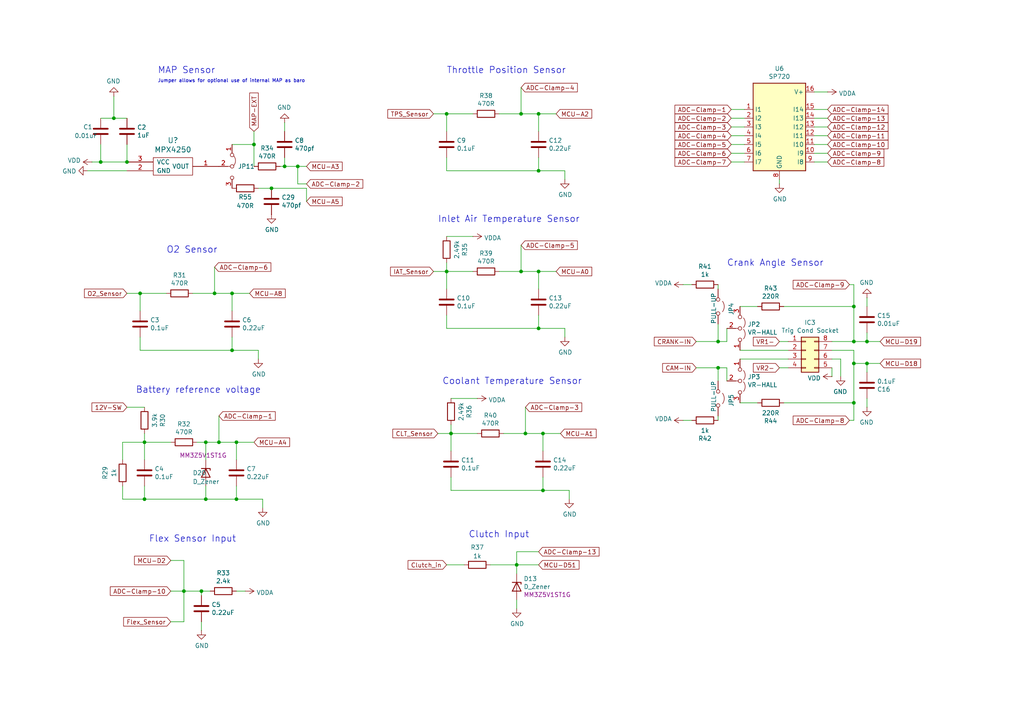
<source format=kicad_sch>
(kicad_sch (version 20250114) (generator "eeschema") (generator_version "9.0")
  (paper "A4")
  (title_block (title "0.4") (date "2021-03-27") (rev "4d") (company "Speeduino"))
  (lib_symbols
    (symbol "Connector_Generic:Conn_02x04_Counter_Clockwise" (pin_names (offset 1.016) (hide yes))
      (property "Reference" "J" (at 1.27 5.08 0))
      (property "Value" "Conn_02x04_Counter_Clockwise" (at 1.27 -7.62 0))
      (symbol "Conn_02x04_Counter_Clockwise_1_1"
        (pin passive line (at -5.08 2.54 0) (length 3.81) (name "Pin_1") (number "1"))
        (pin passive line (at -5.08 0 0) (length 3.81) (name "Pin_2") (number "2"))
        (pin passive line (at -5.08 -2.54 0) (length 3.81) (name "Pin_3") (number "3"))
        (pin passive line (at -5.08 -5.08 0) (length 3.81) (name "Pin_4") (number "4"))
        (pin passive line (at 7.62 2.54 180) (length 3.81) (name "Pin_8") (number "8"))
        (pin passive line (at 7.62 0 180) (length 3.81) (name "Pin_7") (number "7"))
        (pin passive line (at 7.62 -2.54 180) (length 3.81) (name "Pin_6") (number "6"))
        (pin passive line (at 7.62 -5.08 180) (length 3.81) (name "Pin_5") (number "5"))
      )
    )
    (symbol "Device:C" (pin_numbers (hide yes)) (pin_names (offset 0.254))
      (property "Reference" "C" (at 0.635 2.54 0))
      (property "Value" "C" (at 0.635 -2.54 0))
      (symbol "C_1_1"
        (pin passive line (at 0 3.81 270) (length 2.794) (name "~") (number "1"))
        (pin passive line (at 0 -3.81 90) (length 2.794) (name "~") (number "2"))
      )
    )
    (symbol "Device:D_Zener" (pin_numbers (hide yes)) (pin_names (offset 1.016) (hide yes))
      (property "Reference" "D" (at 0 2.54 0))
      (property "Value" "D_Zener" (at 0 -2.54 0))
      (symbol "D_Zener_1_1"
        (pin passive line (at -3.81 0 0) (length 2.54) (name "K") (number "1"))
        (pin passive line (at 3.81 0 180) (length 2.54) (name "A") (number "2"))
      )
    )
    (symbol "Device:R" (pin_numbers (hide yes)) (pin_names (offset 0))
      (property "Reference" "R" (at 2.032 0 90))
      (property "Value" "R" (at 0 0 90))
      (symbol "R_1_1"
        (pin passive line (at 0 3.81 270) (length 1.27) (name "~") (number "1"))
        (pin passive line (at 0 -3.81 90) (length 1.27) (name "~") (number "2"))
      )
    )
    (symbol "Jumper:Jumper_2_Open" (pin_numbers (hide yes)) (pin_names (offset 0) (hide yes))
      (property "Reference" "JP" (at 0 2.794 0))
      (property "Value" "Jumper_2_Open" (at 0 -2.286 0))
      (symbol "Jumper_2_Open_1_1"
        (pin passive line (at -5.08 0 0) (length 2.54) (name "A") (number "1"))
        (pin passive line (at 5.08 0 180) (length 2.54) (name "B") (number "2"))
      )
    )
    (symbol "Jumper:Jumper_3_Bridged12" (pin_names (offset 0) (hide yes)) (in_bom no)
      (property "Reference" "JP" (at -2.54 -2.54 0))
      (property "Value" "Jumper_3_Bridged12" (at 0 2.794 0))
      (symbol "Jumper_3_Bridged12_1_1"
        (pin passive line (at -6.35 0 0) (length 2.54) (name "A") (number "1"))
        (pin passive line (at 0 -3.81 90) (length 2.54) (name "C") (number "2"))
        (pin passive line (at 6.35 0 180) (length 2.54) (name "B") (number "3"))
      )
    )
    (symbol "Jumper:Jumper_3_Open" (pin_names (offset 0) (hide yes)) (in_bom no)
      (property "Reference" "JP" (at -2.54 -2.54 0))
      (property "Value" "Jumper_3_Open" (at 0 2.794 0))
      (symbol "Jumper_3_Open_1_1"
        (pin passive line (at -6.35 0 0) (length 2.54) (name "A") (number "1"))
        (pin passive line (at 0 -3.81 90) (length 2.54) (name "C") (number "2"))
        (pin passive line (at 6.35 0 180) (length 2.54) (name "B") (number "3"))
      )
    )
    (symbol "power:GND" (power) (pin_numbers (hide yes)) (pin_names (offset 0) (hide yes))
      (property "Value" "GND" (at 0 -3.81 0))
      (symbol "GND_1_1"
        (pin power_in line (at 0 0 270) (length 0) (name "~") (number "1"))
      )
    )
    (symbol "power:VDD" (power) (pin_numbers (hide yes)) (pin_names (offset 0) (hide yes))
      (property "Value" "VDD" (at 0 3.556 0))
      (symbol "VDD_1_1"
        (pin power_in line (at 0 0 90) (length 0) (name "~") (number "1"))
      )
    )
    (symbol "power:VDDA" (power) (pin_numbers (hide yes)) (pin_names (offset 0) (hide yes))
      (property "Value" "VDDA" (at 0 3.556 0))
      (symbol "VDDA_1_1"
        (pin power_in line (at 0 0 90) (length 0) (name "~") (number "1"))
      )
    )
    (symbol "v0.4.4c-rescue:MPX4250-Misc" (pin_names (offset 1.016))
      (property "Reference" "U" (at 3.81 -3.81 0))
      (property "Value" "v0.4.4c-rescue_MPX4250-Misc" (at -1.27 3.81 0))
      (symbol "MPX4250-Misc_1_1"
        (pin power_in line (at -13.97 1.27 0) (length 7.62) (name "VCC") (number "3"))
        (pin power_in line (at -13.97 -1.27 0) (length 7.62) (name "GND") (number "2"))
        (pin output line (at 12.7 0 180) (length 7.62) (name "VOUT") (number "1"))
      )
    )
    (symbol "v0.4.4c-rescue:SP720-IC_Automotive"
      (property "Reference" "U" (at 0 15.875 0))
      (property "Value" "v0.4.4c-rescue_SP720-IC_Automotive" (at 0 13.97 0))
      (symbol "SP720-IC_Automotive_1_1"
        (pin input line (at -10.16 5.08 0) (length 2.54) (name "I1") (number "1"))
        (pin input line (at -10.16 2.54 0) (length 2.54) (name "I2") (number "2"))
        (pin input line (at -10.16 0 0) (length 2.54) (name "I3") (number "3"))
        (pin input line (at -10.16 -2.54 0) (length 2.54) (name "I4") (number "4"))
        (pin input line (at -10.16 -5.08 0) (length 2.54) (name "I5") (number "5"))
        (pin input line (at -10.16 -7.62 0) (length 2.54) (name "I6") (number "6"))
        (pin input line (at -10.16 -10.16 0) (length 2.54) (name "I7") (number "7"))
        (pin power_in line (at 0 -15.24 90) (length 2.54) (name "GND") (number "8"))
        (pin power_in line (at 10.16 10.16 180) (length 2.54) (name "V+") (number "16"))
        (pin input line (at 10.16 5.08 180) (length 2.54) (name "I14") (number "15"))
        (pin open_collector line (at 10.16 2.54 180) (length 2.54) (name "I13") (number "14"))
        (pin input line (at 10.16 0 180) (length 2.54) (name "I12") (number "13"))
        (pin input line (at 10.16 -2.54 180) (length 2.54) (name "I11") (number "12"))
        (pin input line (at 10.16 -5.08 180) (length 2.54) (name "I10") (number "11"))
        (pin input line (at 10.16 -7.62 180) (length 2.54) (name "I9") (number "10"))
        (pin input line (at 10.16 -10.16 180) (length 2.54) (name "I8") (number "9"))
      )
    )
  )
  (text "Battery reference voltage" (at 39.37 114.3 0) (effects (font (size 1.8796 1.8796)) (justify left bottom)))
  (text "Inlet Air Temperature Sensor" (at 127 64.77 0) (effects (font (size 1.8796 1.8796)) (justify left bottom)))
  (text "O2 Sensor" (at 48.26 73.66 0) (effects (font (size 1.8796 1.8796)) (justify left bottom)))
  (text "Flex Sensor Input" (at 43.18 157.48 0) (effects (font (size 1.8796 1.8796)) (justify left bottom)))
  (text "Throttle Position Sensor" (at 129.54 21.59 0) (effects (font (size 1.8796 1.8796)) (justify left bottom)))
  (text "MAP Sensor" (at 45.72 21.59 0) (effects (font (size 1.8796 1.8796)) (justify left bottom)))
  (text "Jumper allows for optional use of internal MAP as baro" (at 45.72 24.13 0) (effects (font (size 0.9906 0.9906)) (justify left bottom)))
  (text "Coolant Temperature Sensor" (at 128.27 111.76 0) (effects (font (size 1.8796 1.8796)) (justify left bottom)))
  (text "Clutch Input" (at 135.89 156.21 0) (effects (font (size 1.8796 1.8796)) (justify left bottom)))
  (text "Crank Angle Sensor" (at 210.82 77.47 0) (effects (font (size 1.8796 1.8796)) (justify left bottom)))
  (junction (at 82.55 48.26))
  (junction (at 208.28 106.68))
  (junction (at 247.65 99.06))
  (junction (at 33.02 34.29))
  (junction (at 149.86 163.83))
  (junction (at 67.31 101.6))
  (junction (at 251.46 99.06))
  (junction (at 29.21 46.99))
  (junction (at 59.69 144.78))
  (junction (at 156.21 78.74))
  (junction (at 156.21 49.53))
  (junction (at 247.65 116.84))
  (junction (at 41.91 144.78))
  (junction (at 36.83 46.99))
  (junction (at 156.21 95.25))
  (junction (at 129.54 33.02))
  (junction (at 129.54 78.74))
  (junction (at 68.58 144.78))
  (junction (at 247.65 88.9))
  (junction (at 62.23 85.09))
  (junction (at 59.69 128.27))
  (junction (at 151.13 78.74))
  (junction (at 58.42 171.45))
  (junction (at 41.91 128.27))
  (junction (at 68.58 128.27))
  (junction (at 73.66 41.91))
  (junction (at 251.46 105.41))
  (junction (at 78.74 54.61))
  (junction (at 130.81 125.73))
  (junction (at 247.65 105.41))
  (junction (at 208.28 99.06))
  (junction (at 67.31 85.09))
  (junction (at 156.21 33.02))
  (junction (at 86.36 48.26))
  (junction (at 40.64 85.09))
  (junction (at 63.5 128.27))
  (junction (at 152.4 125.73))
  (junction (at 157.48 125.73))
  (junction (at 53.34 171.45))
  (junction (at 151.13 33.02))
  (junction (at 157.48 142.24))
  (wire (pts (xy 156.21 160.02) (xy 149.86 160.02)))
  (wire (pts (xy 60.96 171.45) (xy 58.42 171.45)))
  (wire (pts (xy 247.65 105.41) (xy 247.65 101.6)))
  (wire (pts (xy 25.4 49.53) (xy 36.83 49.53)))
  (wire (pts (xy 144.78 33.02) (xy 151.13 33.02)))
  (wire (pts (xy 251.46 99.06) (xy 251.46 96.52)))
  (wire (pts (xy 35.56 133.35) (xy 35.56 128.27)))
  (wire (pts (xy 227.33 88.9) (xy 247.65 88.9)))
  (wire (pts (xy 161.29 33.02) (xy 156.21 33.02)))
  (wire (pts (xy 247.65 116.84) (xy 247.65 105.41)))
  (wire (pts (xy 40.64 101.6) (xy 67.31 101.6)))
  (wire (pts (xy 129.54 38.1) (xy 129.54 33.02)))
  (wire (pts (xy 26.67 46.99) (xy 29.21 46.99)))
  (wire (pts (xy 35.56 144.78) (xy 41.91 144.78)))
  (wire (pts (xy 226.06 106.68) (xy 228.6 106.68)))
  (wire (pts (xy 130.81 123.19) (xy 130.81 125.73)))
  (wire (pts (xy 58.42 182.88) (xy 58.42 180.34)))
  (wire (pts (xy 129.54 76.2) (xy 129.54 78.74)))
  (wire (pts (xy 36.83 118.11) (xy 41.91 118.11)))
  (wire (pts (xy 151.13 78.74) (xy 156.21 78.74)))
  (wire (pts (xy 137.16 68.58) (xy 129.54 68.58)))
  (wire (pts (xy 255.27 99.06) (xy 251.46 99.06)))
  (wire (pts (xy 236.22 34.29) (xy 240.03 34.29)))
  (wire (pts (xy 73.66 41.91) (xy 73.66 48.26)))
  (wire (pts (xy 53.34 162.56) (xy 53.34 171.45)))
  (wire (pts (xy 129.54 45.72) (xy 129.54 49.53)))
  (wire (pts (xy 86.36 48.26) (xy 88.9 48.26)))
  (wire (pts (xy 247.65 82.55) (xy 247.65 88.9)))
  (wire (pts (xy 227.33 116.84) (xy 247.65 116.84)))
  (wire (pts (xy 212.09 41.91) (xy 215.9 41.91)))
  (wire (pts (xy 210.82 99.06) (xy 210.82 95.25)))
  (wire (pts (xy 241.3 106.68) (xy 241.3 109.22)))
  (wire (pts (xy 219.71 116.84) (xy 214.63 116.84)))
  (wire (pts (xy 130.81 125.73) (xy 138.43 125.73)))
  (wire (pts (xy 215.9 39.37) (xy 212.09 39.37)))
  (wire (pts (xy 33.02 34.29) (xy 33.02 27.94)))
  (wire (pts (xy 156.21 95.25) (xy 163.83 95.25)))
  (wire (pts (xy 68.58 171.45) (xy 71.12 171.45)))
  (wire (pts (xy 40.64 97.79) (xy 40.64 101.6)))
  (wire (pts (xy 146.05 125.73) (xy 152.4 125.73)))
  (wire (pts (xy 251.46 86.36) (xy 251.46 88.9)))
  (wire (pts (xy 156.21 49.53) (xy 163.83 49.53)))
  (wire (pts (xy 62.23 85.09) (xy 67.31 85.09)))
  (wire (pts (xy 86.36 53.34) (xy 86.36 48.26)))
  (wire (pts (xy 129.54 83.82) (xy 129.54 78.74)))
  (wire (pts (xy 208.28 110.49) (xy 208.28 106.68)))
  (wire (pts (xy 201.93 106.68) (xy 208.28 106.68)))
  (wire (pts (xy 127 125.73) (xy 130.81 125.73)))
  (wire (pts (xy 152.4 125.73) (xy 157.48 125.73)))
  (wire (pts (xy 240.03 31.75) (xy 236.22 31.75)))
  (wire (pts (xy 151.13 33.02) (xy 156.21 33.02)))
  (wire (pts (xy 163.83 95.25) (xy 163.83 97.79)))
  (wire (pts (xy 82.55 48.26) (xy 86.36 48.26)))
  (wire (pts (xy 161.29 78.74) (xy 156.21 78.74)))
  (wire (pts (xy 214.63 104.14) (xy 228.6 104.14)))
  (wire (pts (xy 236.22 44.45) (xy 240.03 44.45)))
  (wire (pts (xy 149.86 166.37) (xy 149.86 163.83)))
  (wire (pts (xy 142.24 163.83) (xy 149.86 163.83)))
  (wire (pts (xy 68.58 144.78) (xy 76.2 144.78)))
  (wire (pts (xy 130.81 130.81) (xy 130.81 125.73)))
  (wire (pts (xy 208.28 93.98) (xy 208.28 99.06)))
  (wire (pts (xy 41.91 133.35) (xy 41.91 128.27)))
  (wire (pts (xy 130.81 142.24) (xy 157.48 142.24)))
  (wire (pts (xy 215.9 34.29) (xy 212.09 34.29)))
  (wire (pts (xy 149.86 176.53) (xy 149.86 173.99)))
  (wire (pts (xy 41.91 140.97) (xy 41.91 144.78)))
  (wire (pts (xy 240.03 46.99) (xy 236.22 46.99)))
  (wire (pts (xy 35.56 128.27) (xy 41.91 128.27)))
  (wire (pts (xy 214.63 88.9) (xy 219.71 88.9)))
  (wire (pts (xy 76.2 144.78) (xy 76.2 147.32)))
  (wire (pts (xy 241.3 104.14) (xy 243.84 104.14)))
  (wire (pts (xy 36.83 46.99) (xy 36.83 41.91)))
  (wire (pts (xy 40.64 90.17) (xy 40.64 85.09)))
  (wire (pts (xy 73.66 128.27) (xy 68.58 128.27)))
  (wire (pts (xy 138.43 115.57) (xy 130.81 115.57)))
  (wire (pts (xy 57.15 128.27) (xy 59.69 128.27)))
  (wire (pts (xy 59.69 128.27) (xy 63.5 128.27)))
  (wire (pts (xy 36.83 85.09) (xy 40.64 85.09)))
  (wire (pts (xy 156.21 33.02) (xy 156.21 38.1)))
  (wire (pts (xy 129.54 33.02) (xy 137.16 33.02)))
  (wire (pts (xy 29.21 34.29) (xy 33.02 34.29)))
  (wire (pts (xy 255.27 105.41) (xy 251.46 105.41)))
  (wire (pts (xy 152.4 118.11) (xy 152.4 125.73)))
  (wire (pts (xy 236.22 39.37) (xy 240.03 39.37)))
  (wire (pts (xy 156.21 91.44) (xy 156.21 95.25)))
  (wire (pts (xy 33.02 34.29) (xy 36.83 34.29)))
  (wire (pts (xy 208.28 99.06) (xy 210.82 99.06)))
  (wire (pts (xy 67.31 101.6) (xy 74.93 101.6)))
  (wire (pts (xy 59.69 140.97) (xy 59.69 144.78)))
  (wire (pts (xy 156.21 45.72) (xy 156.21 49.53)))
  (wire (pts (xy 247.65 101.6) (xy 241.3 101.6)))
  (wire (pts (xy 246.38 82.55) (xy 247.65 82.55)))
  (wire (pts (xy 59.69 133.35) (xy 59.69 128.27)))
  (wire (pts (xy 41.91 144.78) (xy 59.69 144.78)))
  (wire (pts (xy 198.12 82.55) (xy 200.66 82.55)))
  (wire (pts (xy 247.65 99.06) (xy 251.46 99.06)))
  (wire (pts (xy 149.86 163.83) (xy 156.21 163.83)))
  (wire (pts (xy 67.31 97.79) (xy 67.31 101.6)))
  (wire (pts (xy 246.38 121.92) (xy 247.65 121.92)))
  (wire (pts (xy 62.23 77.47) (xy 62.23 85.09)))
  (wire (pts (xy 208.28 120.65) (xy 208.28 121.92)))
  (wire (pts (xy 35.56 140.97) (xy 35.56 144.78)))
  (wire (pts (xy 63.5 128.27) (xy 68.58 128.27)))
  (wire (pts (xy 212.09 31.75) (xy 215.9 31.75)))
  (wire (pts (xy 55.88 85.09) (xy 62.23 85.09)))
  (wire (pts (xy 29.21 46.99) (xy 29.21 41.91)))
  (wire (pts (xy 67.31 41.91) (xy 73.66 41.91)))
  (wire (pts (xy 58.42 171.45) (xy 53.34 171.45)))
  (wire (pts (xy 247.65 88.9) (xy 247.65 99.06)))
  (wire (pts (xy 208.28 106.68) (xy 210.82 106.68)))
  (wire (pts (xy 251.46 105.41) (xy 251.46 107.95)))
  (wire (pts (xy 149.86 160.02) (xy 149.86 163.83)))
  (wire (pts (xy 74.93 54.61) (xy 78.74 54.61)))
  (wire (pts (xy 144.78 78.74) (xy 151.13 78.74)))
  (wire (pts (xy 88.9 58.42) (xy 88.9 54.61)))
  (wire (pts (xy 214.63 101.6) (xy 228.6 101.6)))
  (wire (pts (xy 41.91 125.73) (xy 41.91 128.27)))
  (wire (pts (xy 68.58 140.97) (xy 68.58 144.78)))
  (wire (pts (xy 125.73 33.02) (xy 129.54 33.02)))
  (wire (pts (xy 198.12 121.92) (xy 200.66 121.92)))
  (wire (pts (xy 82.55 38.1) (xy 82.55 35.56)))
  (wire (pts (xy 240.03 41.91) (xy 236.22 41.91)))
  (wire (pts (xy 210.82 106.68) (xy 210.82 110.49)))
  (wire (pts (xy 240.03 36.83) (xy 236.22 36.83)))
  (wire (pts (xy 151.13 71.12) (xy 151.13 78.74)))
  (wire (pts (xy 74.93 101.6) (xy 74.93 104.14)))
  (wire (pts (xy 88.9 54.61) (xy 78.74 54.61)))
  (wire (pts (xy 129.54 78.74) (xy 137.16 78.74)))
  (wire (pts (xy 165.1 142.24) (xy 165.1 144.78)))
  (wire (pts (xy 130.81 138.43) (xy 130.81 142.24)))
  (wire (pts (xy 129.54 91.44) (xy 129.54 95.25)))
  (wire (pts (xy 129.54 163.83) (xy 134.62 163.83)))
  (wire (pts (xy 215.9 44.45) (xy 212.09 44.45)))
  (wire (pts (xy 157.48 142.24) (xy 165.1 142.24)))
  (wire (pts (xy 72.39 85.09) (xy 67.31 85.09)))
  (wire (pts (xy 81.28 48.26) (xy 82.55 48.26)))
  (wire (pts (xy 201.93 99.06) (xy 208.28 99.06)))
  (wire (pts (xy 29.21 46.99) (xy 36.83 46.99)))
  (wire (pts (xy 40.64 85.09) (xy 48.26 85.09)))
  (wire (pts (xy 226.06 99.06) (xy 228.6 99.06)))
  (wire (pts (xy 157.48 125.73) (xy 157.48 130.81)))
  (wire (pts (xy 129.54 49.53) (xy 156.21 49.53)))
  (wire (pts (xy 247.65 121.92) (xy 247.65 116.84)))
  (wire (pts (xy 247.65 105.41) (xy 251.46 105.41)))
  (wire (pts (xy 212.09 36.83) (xy 215.9 36.83)))
  (wire (pts (xy 73.66 38.1) (xy 73.66 41.91)))
  (wire (pts (xy 41.91 128.27) (xy 49.53 128.27)))
  (wire (pts (xy 226.06 53.34) (xy 226.06 52.07)))
  (wire (pts (xy 157.48 138.43) (xy 157.48 142.24)))
  (wire (pts (xy 68.58 128.27) (xy 68.58 133.35)))
  (wire (pts (xy 125.73 78.74) (xy 129.54 78.74)))
  (wire (pts (xy 49.53 180.34) (xy 53.34 180.34)))
  (wire (pts (xy 63.5 120.65) (xy 63.5 128.27)))
  (wire (pts (xy 251.46 118.11) (xy 251.46 115.57)))
  (wire (pts (xy 82.55 48.26) (xy 82.55 45.72)))
  (wire (pts (xy 53.34 180.34) (xy 53.34 171.45)))
  (wire (pts (xy 49.53 162.56) (xy 53.34 162.56)))
  (wire (pts (xy 162.56 125.73) (xy 157.48 125.73)))
  (wire (pts (xy 241.3 99.06) (xy 247.65 99.06)))
  (wire (pts (xy 243.84 104.14) (xy 243.84 109.22)))
  (wire (pts (xy 88.9 53.34) (xy 86.36 53.34)))
  (wire (pts (xy 67.31 85.09) (xy 67.31 90.17)))
  (wire (pts (xy 240.03 26.67) (xy 236.22 26.67)))
  (wire (pts (xy 156.21 78.74) (xy 156.21 83.82)))
  (wire (pts (xy 58.42 172.72) (xy 58.42 171.45)))
  (wire (pts (xy 129.54 95.25) (xy 156.21 95.25)))
  (wire (pts (xy 163.83 49.53) (xy 163.83 52.07)))
  (wire (pts (xy 212.09 46.99) (xy 215.9 46.99)))
  (wire (pts (xy 151.13 25.4) (xy 151.13 33.02)))
  (wire (pts (xy 53.34 171.45) (xy 49.53 171.45)))
  (wire (pts (xy 59.69 144.78) (xy 68.58 144.78)))
  (wire (pts (xy 208.28 82.55) (xy 208.28 83.82)))
  (global_label "ADC-Clamp-2" (shape input) (at 212.09 34.29 180) (property "Intersheetrefs" "${INTERSHEET_REFS}" (effects (hide yes))))
  (global_label "ADC-Clamp-1" (shape input) (at 63.5 120.65 0) (property "Intersheetrefs" "${INTERSHEET_REFS}" (effects (hide yes))))
  (global_label "MCU-A3" (shape input) (at 88.9 48.26 0) (property "Intersheetrefs" "${INTERSHEET_REFS}" (effects (hide yes))))
  (global_label "ADC-Clamp-9" (shape input) (at 240.03 44.45 0) (property "Intersheetrefs" "${INTERSHEET_REFS}" (effects (hide yes))))
  (global_label "CAM-IN" (shape input) (at 201.93 106.68 180) (property "Intersheetrefs" "${INTERSHEET_REFS}" (effects (hide yes))))
  (global_label "VR1-" (shape input) (at 226.06 99.06 180) (property "Intersheetrefs" "${INTERSHEET_REFS}" (effects (hide yes))))
  (global_label "ADC-Clamp-6" (shape input) (at 62.23 77.47 0) (property "Intersheetrefs" "${INTERSHEET_REFS}" (effects (hide yes))))
  (global_label "MCU-D2" (shape input) (at 49.53 162.56 180) (property "Intersheetrefs" "${INTERSHEET_REFS}" (effects (hide yes))))
  (global_label "MCU-A4" (shape input) (at 73.66 128.27 0) (property "Intersheetrefs" "${INTERSHEET_REFS}" (effects (hide yes))))
  (global_label "ADC-Clamp-14" (shape input) (at 240.03 31.75 0) (property "Intersheetrefs" "${INTERSHEET_REFS}" (effects (hide yes))))
  (global_label "MCU-D19" (shape input) (at 255.27 99.06 0) (property "Intersheetrefs" "${INTERSHEET_REFS}" (effects (hide yes))))
  (global_label "ADC-Clamp-7" (shape input) (at 212.09 46.99 180) (property "Intersheetrefs" "${INTERSHEET_REFS}" (effects (hide yes))))
  (global_label "MCU-A1" (shape input) (at 162.56 125.73 0) (property "Intersheetrefs" "${INTERSHEET_REFS}" (effects (hide yes))))
  (global_label "ADC-Clamp-10" (shape input) (at 240.03 41.91 0) (property "Intersheetrefs" "${INTERSHEET_REFS}" (effects (hide yes))))
  (global_label "VR2-" (shape input) (at 226.06 106.68 180) (property "Intersheetrefs" "${INTERSHEET_REFS}" (effects (hide yes))))
  (global_label "ADC-Clamp-3" (shape input) (at 152.4 118.11 0) (property "Intersheetrefs" "${INTERSHEET_REFS}" (effects (hide yes))))
  (global_label "ADC-Clamp-4" (shape input) (at 151.13 25.4 0) (property "Intersheetrefs" "${INTERSHEET_REFS}" (effects (hide yes))))
  (global_label "ADC-Clamp-8" (shape input) (at 246.38 121.92 180) (property "Intersheetrefs" "${INTERSHEET_REFS}" (effects (hide yes))))
  (global_label "ADC-Clamp-13" (shape input) (at 156.21 160.02 0) (property "Intersheetrefs" "${INTERSHEET_REFS}" (effects (hide yes))))
  (global_label "MCU-D18" (shape input) (at 255.27 105.41 0) (property "Intersheetrefs" "${INTERSHEET_REFS}" (effects (hide yes))))
  (global_label "Clutch_in" (shape input) (at 129.54 163.83 180) (property "Intersheetrefs" "${INTERSHEET_REFS}" (effects (hide yes))))
  (global_label "CRANK-IN" (shape input) (at 201.93 99.06 180) (property "Intersheetrefs" "${INTERSHEET_REFS}" (effects (hide yes))))
  (global_label "ADC-Clamp-8" (shape input) (at 240.03 46.99 0) (property "Intersheetrefs" "${INTERSHEET_REFS}" (effects (hide yes))))
  (global_label "IAT_Sensor" (shape input) (at 125.73 78.74 180) (property "Intersheetrefs" "${INTERSHEET_REFS}" (effects (hide yes))))
  (global_label "ADC-Clamp-4" (shape input) (at 212.09 39.37 180) (property "Intersheetrefs" "${INTERSHEET_REFS}" (effects (hide yes))))
  (global_label "ADC-Clamp-6" (shape input) (at 212.09 44.45 180) (property "Intersheetrefs" "${INTERSHEET_REFS}" (effects (hide yes))))
  (global_label "ADC-Clamp-12" (shape input) (at 240.03 36.83 0) (property "Intersheetrefs" "${INTERSHEET_REFS}" (effects (hide yes))))
  (global_label "MCU-A0" (shape input) (at 161.29 78.74 0) (property "Intersheetrefs" "${INTERSHEET_REFS}" (effects (hide yes))))
  (global_label "CLT_Sensor" (shape input) (at 127 125.73 180) (property "Intersheetrefs" "${INTERSHEET_REFS}" (effects (hide yes))))
  (global_label "MCU-A8" (shape input) (at 72.39 85.09 0) (property "Intersheetrefs" "${INTERSHEET_REFS}" (effects (hide yes))))
  (global_label "ADC-Clamp-5" (shape input) (at 151.13 71.12 0) (property "Intersheetrefs" "${INTERSHEET_REFS}" (effects (hide yes))))
  (global_label "MCU-D51" (shape input) (at 156.21 163.83 0) (property "Intersheetrefs" "${INTERSHEET_REFS}" (effects (hide yes))))
  (global_label "ADC-Clamp-2" (shape input) (at 88.9 53.34 0) (property "Intersheetrefs" "${INTERSHEET_REFS}" (effects (hide yes))))
  (global_label "ADC-Clamp-1" (shape input) (at 212.09 31.75 180) (property "Intersheetrefs" "${INTERSHEET_REFS}" (effects (hide yes))))
  (global_label "O2_Sensor" (shape input) (at 36.83 85.09 180) (property "Intersheetrefs" "${INTERSHEET_REFS}" (effects (hide yes))))
  (global_label "ADC-Clamp-3" (shape input) (at 212.09 36.83 180) (property "Intersheetrefs" "${INTERSHEET_REFS}" (effects (hide yes))))
  (global_label "ADC-Clamp-10" (shape input) (at 49.53 171.45 180) (property "Intersheetrefs" "${INTERSHEET_REFS}" (effects (hide yes))))
  (global_label "MAP-EXT" (shape input) (at 73.66 38.1 90) (property "Intersheetrefs" "${INTERSHEET_REFS}" (effects (hide yes))))
  (global_label "12V-SW" (shape input) (at 36.83 118.11 180) (property "Intersheetrefs" "${INTERSHEET_REFS}" (effects (hide yes))))
  (global_label "ADC-Clamp-11" (shape input) (at 240.03 39.37 0) (property "Intersheetrefs" "${INTERSHEET_REFS}" (effects (hide yes))))
  (global_label "TPS_Sensor" (shape input) (at 125.73 33.02 180) (property "Intersheetrefs" "${INTERSHEET_REFS}" (effects (hide yes))))
  (global_label "MCU-A5" (shape input) (at 88.9 58.42 0) (property "Intersheetrefs" "${INTERSHEET_REFS}" (effects (hide yes))))
  (global_label "ADC-Clamp-9" (shape input) (at 246.38 82.55 180) (property "Intersheetrefs" "${INTERSHEET_REFS}" (effects (hide yes))))
  (global_label "ADC-Clamp-13" (shape input) (at 240.03 34.29 0) (property "Intersheetrefs" "${INTERSHEET_REFS}" (effects (hide yes))))
  (global_label "Flex_Sensor" (shape input) (at 49.53 180.34 180) (property "Intersheetrefs" "${INTERSHEET_REFS}" (effects (hide yes))))
  (global_label "ADC-Clamp-5" (shape input) (at 212.09 41.91 180) (property "Intersheetrefs" "${INTERSHEET_REFS}" (effects (hide yes))))
  (global_label "MCU-A2" (shape input) (at 161.29 33.02 0) (property "Intersheetrefs" "${INTERSHEET_REFS}" (effects (hide yes))))
  (symbol (lib_id "v0.4.4c-rescue:MPX4250-Misc") (at 50.8 48.26 0) (unit 1)
    (property "Reference" "U5" (at 50.165 40.7162 0) (effects (font (size 1.524 1.524))))
    (property "Value" "MPX4250" (at 50.165 43.4086 0) (effects (font (size 1.524 1.524))))
    (property "Footprint" "Misc:MPX4250" (effects (hide yes)))
    (property "Digikey Part Number" "MPX4250AP-ND" (effects (hide yes)))
    (property "Manufacturer_Name" "NXP" (effects (hide yes)))
    (property "Manufacturer_Part_Number" "MPX4250AP" (effects (hide yes)))
    (property "URL" "https://www.digikey.com.au/product-detail/en/nxp-usa-inc/MPX4250AP/MPX4250AP-ND/464053" (effects (hide yes)))
    (instances (project "" (path "" (reference "U?") (unit 1)) (path "" (reference "U5") (unit 1))))
  )
  (symbol (lib_id "power:GND") (at 25.4 49.53 270) (unit 1)
    (property "Reference" "#PWR023" (effects (hide yes)))
    (property "Value" "GND" (at 22.1488 49.657 90) (effects (justify right)))
  )
  (symbol (lib_id "power:GND") (at 82.55 35.56 180) (unit 1)
    (property "Reference" "#PWR029" (effects (hide yes)))
    (property "Value" "GND" (at 82.423 31.1658 0))
  )
  (symbol (lib_id "Device:C") (at 82.55 41.91 0) (unit 1)
    (property "Reference" "C8" (at 85.471 40.7416 0) (effects (justify left)))
    (property "Value" "470pf" (at 85.471 43.053 0) (effects (justify left)))
    (property "Footprint" "Capacitor_SMD:C_0805_2012Metric" (effects (hide yes)))
    (property "Digikey Part Number" "311-1124-1-ND" (effects (hide yes)))
    (property "Manufacturer_Name" "Yageo" (effects (hide yes)))
    (property "Manufacturer_Part_Number" "CC0805KRX7R9BB471" (effects (hide yes)))
    (property "URL" "https://www.digikey.com/product-detail/en/yageo/CC0805KRX7R9BB471/311-1124-1-ND/303034" (effects (hide yes)))
  )
  (symbol (lib_id "Device:R") (at 77.47 48.26 270) (unit 1)
    (property "Reference" "R34" (at 77.47 43.0022 90))
    (property "Value" "470R" (at 77.47 45.3136 90))
    (property "Footprint" "Resistor_SMD:R_0805_2012Metric" (effects (hide yes)))
    (property "Manufacturer_Name" "Panasonic" (effects (hide yes)))
    (property "Manufacturer_Part_Number" "ERJ-6ENF4700V" (effects (hide yes)))
    (property "URL" "https://www.digikey.com/product-detail/en/panasonic-electronic-components/ERJ-6ENF4700V/P470CCT-ND/1746871" (effects (hide yes)))
    (property "Digikey Part Number" "P470CCT-ND" (effects (hide yes)))
  )
  (symbol (lib_id "Device:C") (at 29.21 38.1 0) (unit 1)
    (property "Reference" "C1" (at 24.13 36.83 0) (effects (justify left)))
    (property "Value" "0.01uF" (at 21.59 39.37 0) (effects (justify left)))
    (property "Footprint" "Capacitor_SMD:C_0805_2012Metric" (effects (hide yes)))
    (property "Digikey Part Number" "311-1136-1-ND" (effects (hide yes)))
    (property "Manufacturer_Name" "Yageo" (effects (hide yes)))
    (property "Manufacturer_Part_Number" "CC0805KRX7R9BB103" (effects (hide yes)))
    (property "URL" "https://www.digikey.com/product-detail/en/yageo/CC0805KRX7R9BB103/311-1136-1-ND/303046" (effects (hide yes)))
  )
  (symbol (lib_id "Device:C") (at 36.83 38.1 0) (unit 1)
    (property "Reference" "C2" (at 39.751 36.9316 0) (effects (justify left)))
    (property "Value" "1uF" (at 39.751 39.243 0) (effects (justify left)))
    (property "Footprint" "Capacitor_SMD:C_0805_2012Metric" (effects (hide yes)))
    (property "Digikey Part Number" "311-1365-1-ND" (effects (hide yes)))
    (property "Manufacturer_Name" "Yageo" (effects (hide yes)))
    (property "Manufacturer_Part_Number" "CC0805KKX7R7BB105" (effects (hide yes)))
    (property "URL" "https://www.digikey.com/product-detail/en/yageo/CC0805KKX7R7BB105/311-1365-1-ND/2103149" (effects (hide yes)))
  )
  (symbol (lib_id "power:GND") (at 33.02 27.94 180) (unit 1)
    (property "Reference" "#PWR025" (effects (hide yes)))
    (property "Value" "GND" (at 32.893 23.5458 0))
  )
  (symbol (lib_id "Device:R") (at 223.52 88.9 270) (unit 1)
    (property "Reference" "R43" (at 223.52 83.6422 90))
    (property "Value" "220R" (at 223.52 85.9536 90))
    (property "Footprint" "Resistor_SMD:R_0805_2012Metric" (effects (hide yes)))
    (property "Digikey Part Number" "311-220CRCT-ND" (effects (hide yes)))
    (property "Manufacturer_Name" "Yageo" (effects (hide yes)))
    (property "Manufacturer_Part_Number" "RC0805FR-07220RL" (effects (hide yes)))
    (property "URL" "https://www.digikey.com/product-detail/en/yageo/RC0805FR-07220RL/311-220CRCT-ND/730688" (effects (hide yes)))
  )
  (symbol (lib_id "Device:R") (at 204.47 82.55 270) (unit 1)
    (property "Reference" "R41" (at 204.47 77.2922 90))
    (property "Value" "1k" (at 204.47 79.6036 90))
    (property "Footprint" "Resistor_SMD:R_0805_2012Metric" (effects (hide yes)))
    (property "Digikey Part Number" "311-1.00KCRCT-ND" (effects (hide yes)))
    (property "Manufacturer_Name" "Yageo" (effects (hide yes)))
    (property "Manufacturer_Part_Number" "RC0805FR-071KL" (effects (hide yes)))
    (property "URL" "https://www.digikey.com/product-detail/en/yageo/RC0805FR-071KL/311-1.00KCRCT-ND/730391" (effects (hide yes)))
  )
  (symbol (lib_id "Device:C") (at 251.46 92.71 0) (unit 1)
    (property "Reference" "C15" (at 254.381 91.5416 0) (effects (justify left)))
    (property "Value" "0.01uF" (at 254.381 93.853 0) (effects (justify left)))
    (property "Footprint" "Capacitor_SMD:C_0805_2012Metric" (effects (hide yes)))
    (property "Digikey Part Number" "311-1136-1-ND" (effects (hide yes)))
    (property "Manufacturer_Name" "Yageo" (effects (hide yes)))
    (property "Manufacturer_Part_Number" "CC0805KRX7R9BB103" (effects (hide yes)))
    (property "URL" "https://www.digikey.com/product-detail/en/yageo/CC0805KRX7R9BB103/311-1136-1-ND/303046" (effects (hide yes)))
  )
  (symbol (lib_id "power:GND") (at 251.46 86.36 180) (unit 1)
    (property "Reference" "#PWR040" (effects (hide yes)))
    (property "Value" "GND" (at 251.333 81.9658 0))
  )
  (symbol (lib_id "Device:R") (at 223.52 116.84 270) (mirror x) (unit 1)
    (property "Reference" "R44" (at 223.52 122.0978 90))
    (property "Value" "220R" (at 223.52 119.7864 90))
    (property "Footprint" "Resistor_SMD:R_0805_2012Metric" (effects (hide yes)))
    (property "Digikey Part Number" "311-220CRCT-ND" (effects (hide yes)))
    (property "Manufacturer_Name" "Yageo" (effects (hide yes)))
    (property "Manufacturer_Part_Number" "RC0805FR-07220RL" (effects (hide yes)))
    (property "URL" "https://www.digikey.com/product-detail/en/yageo/RC0805FR-07220RL/311-220CRCT-ND/730688" (effects (hide yes)))
  )
  (symbol (lib_id "Device:R") (at 204.47 121.92 270) (mirror x) (unit 1)
    (property "Reference" "R42" (at 204.47 127.1778 90))
    (property "Value" "1k" (at 204.47 124.8664 90))
    (property "Footprint" "Resistor_SMD:R_0805_2012Metric" (effects (hide yes)))
    (property "Digikey Part Number" "311-1.00KCRCT-ND" (effects (hide yes)))
    (property "Manufacturer_Name" "Yageo" (effects (hide yes)))
    (property "Manufacturer_Part_Number" "RC0805FR-071KL" (effects (hide yes)))
    (property "URL" "https://www.digikey.com/product-detail/en/yageo/RC0805FR-071KL/311-1.00KCRCT-ND/730391" (effects (hide yes)))
  )
  (symbol (lib_id "Device:C") (at 251.46 111.76 0) (mirror x) (unit 1)
    (property "Reference" "C16" (at 254.381 112.9284 0) (effects (justify left)))
    (property "Value" "0.1uF" (at 254.381 110.617 0) (effects (justify left)))
    (property "Footprint" "Capacitor_SMD:C_0805_2012Metric" (effects (hide yes)))
    (property "Digikey Part Number" "311-1140-1-ND" (effects (hide yes)))
    (property "Manufacturer_Name" "Yageo" (effects (hide yes)))
    (property "Manufacturer_Part_Number" "CC0805KRX7R9BB104" (effects (hide yes)))
    (property "URL" "https://www.digikey.com.au/product-detail/en/yageo/CC0805KRX7R9BB104/311-1140-1-ND/303050" (effects (hide yes)))
  )
  (symbol (lib_id "power:GND") (at 251.46 118.11 0) (mirror y) (unit 1)
    (property "Reference" "#PWR041" (effects (hide yes)))
    (property "Value" "GND" (at 251.333 122.5042 0))
  )
  (symbol (lib_id "v0.4.4c-rescue:SP720-IC_Automotive") (at 226.06 36.83 0) (unit 1)
    (property "Reference" "U6" (at 226.06 19.8882 0))
    (property "Value" "SP720" (at 226.06 22.1996 0))
    (property "Footprint" "Package_SO:SOIC-16_3.9x9.9mm_P1.27mm" (effects (hide yes)))
    (property "Datasheet" "https://m.littelfuse.com/~/media/electronics/datasheets/tvs_diode_arrays/littelfuse_tvs_diode_array_sp720_datasheet.pdf.pdf" (effects (hide yes)))
    (property "Digikey Part Number" "F3162CT-ND" (effects (hide yes)))
    (property "Manufacturer_Name" "Littelfuse" (effects (hide yes)))
    (property "Manufacturer_Part_Number" "SP720ABTG" (effects (hide yes)))
    (property "URL" "https://www.digikey.com/product-detail/en/littelfuse-inc/SP720ABTG/F3162CT-ND/1984458" (effects (hide yes)))
  )
  (symbol (lib_id "power:GND") (at 226.06 53.34 0) (unit 1)
    (property "Reference" "#PWR039" (effects (hide yes)))
    (property "Value" "GND" (at 226.187 57.7342 0))
  )
  (symbol (lib_id "Device:R") (at 52.07 85.09 270) (unit 1)
    (property "Reference" "R31" (at 52.07 79.8322 90))
    (property "Value" "470R" (at 52.07 82.1436 90))
    (property "Footprint" "Resistor_SMD:R_0805_2012Metric" (effects (hide yes)))
    (property "Manufacturer_Name" "Panasonic" (effects (hide yes)))
    (property "Manufacturer_Part_Number" "ERJ-6ENF4700V" (effects (hide yes)))
    (property "URL" "https://www.digikey.com/product-detail/en/panasonic-electronic-components/ERJ-6ENF4700V/P470CCT-ND/1746871" (effects (hide yes)))
    (property "Digikey Part Number" "P470CCT-ND" (effects (hide yes)))
  )
  (symbol (lib_id "Device:C") (at 67.31 93.98 0) (unit 1)
    (property "Reference" "C6" (at 70.231 92.8116 0) (effects (justify left)))
    (property "Value" "0.22uF" (at 70.231 95.123 0) (effects (justify left)))
    (property "Footprint" "Capacitor_SMD:C_0805_2012Metric" (effects (hide yes)))
    (property "Digikey Part Number" "1276-1284-1-ND" (effects (hide yes)))
    (property "Manufacturer_Name" "Samsung" (effects (hide yes)))
    (property "Manufacturer_Part_Number" "CL21B224KOCNNNC" (effects (hide yes)))
    (property "URL" "https://www.digikey.com/product-detail/en/samsung-electro-mechanics-america-inc/CL21B224KOCNNNC/1276-1284-1-ND/3889370" (effects (hide yes)))
  )
  (symbol (lib_id "Device:C") (at 40.64 93.98 0) (unit 1)
    (property "Reference" "C3" (at 43.561 92.8116 0) (effects (justify left)))
    (property "Value" "0.1uF" (at 43.561 95.123 0) (effects (justify left)))
    (property "Footprint" "Capacitor_SMD:C_0805_2012Metric" (effects (hide yes)))
    (property "Digikey Part Number" "311-1140-1-ND" (effects (hide yes)))
    (property "Manufacturer_Name" "Yageo" (effects (hide yes)))
    (property "Manufacturer_Part_Number" "CC0805KRX7R9BB104" (effects (hide yes)))
    (property "URL" "https://www.digikey.com.au/product-detail/en/yageo/CC0805KRX7R9BB104/311-1140-1-ND/303050" (effects (hide yes)))
  )
  (symbol (lib_id "power:GND") (at 74.93 104.14 0) (unit 1)
    (property "Reference" "#PWR028" (effects (hide yes)))
    (property "Value" "GND" (at 75.057 108.5342 0))
  )
  (symbol (lib_id "Device:R") (at 140.97 33.02 270) (unit 1)
    (property "Reference" "R38" (at 140.97 27.7622 90))
    (property "Value" "470R" (at 140.97 30.0736 90))
    (property "Footprint" "Resistor_SMD:R_0805_2012Metric" (effects (hide yes)))
    (property "Manufacturer_Name" "Panasonic" (effects (hide yes)))
    (property "Manufacturer_Part_Number" "ERJ-6ENF4700V" (effects (hide yes)))
    (property "URL" "https://www.digikey.com/product-detail/en/panasonic-electronic-components/ERJ-6ENF4700V/P470CCT-ND/1746871" (effects (hide yes)))
    (property "Digikey Part Number" "P470CCT-ND" (effects (hide yes)))
  )
  (symbol (lib_id "Device:C") (at 156.21 41.91 0) (unit 1)
    (property "Reference" "C12" (at 159.131 40.7416 0) (effects (justify left)))
    (property "Value" "0.22uF" (at 159.131 43.053 0) (effects (justify left)))
    (property "Footprint" "Capacitor_SMD:C_0805_2012Metric" (effects (hide yes)))
    (property "Digikey Part Number" "1276-1284-1-ND" (effects (hide yes)))
    (property "Manufacturer_Name" "Samsung" (effects (hide yes)))
    (property "Manufacturer_Part_Number" "CL21B224KOCNNNC" (effects (hide yes)))
    (property "URL" "https://www.digikey.com/product-detail/en/samsung-electro-mechanics-america-inc/CL21B224KOCNNNC/1276-1284-1-ND/3889370" (effects (hide yes)))
  )
  (symbol (lib_id "Device:C") (at 129.54 41.91 0) (unit 1)
    (property "Reference" "C9" (at 132.461 40.7416 0) (effects (justify left)))
    (property "Value" "0.1uF" (at 132.461 43.053 0) (effects (justify left)))
    (property "Footprint" "Capacitor_SMD:C_0805_2012Metric" (effects (hide yes)))
    (property "Digikey Part Number" "311-1140-1-ND" (effects (hide yes)))
    (property "Manufacturer_Name" "Yageo" (effects (hide yes)))
    (property "Manufacturer_Part_Number" "CC0805KRX7R9BB104" (effects (hide yes)))
    (property "URL" "https://www.digikey.com.au/product-detail/en/yageo/CC0805KRX7R9BB104/311-1140-1-ND/303050" (effects (hide yes)))
  )
  (symbol (lib_id "power:GND") (at 163.83 52.07 0) (unit 1)
    (property "Reference" "#PWR034" (effects (hide yes)))
    (property "Value" "GND" (at 163.957 56.4642 0))
  )
  (symbol (lib_id "Device:R") (at 140.97 78.74 270) (unit 1)
    (property "Reference" "R39" (at 140.97 73.4822 90))
    (property "Value" "470R" (at 140.97 75.7936 90))
    (property "Footprint" "Resistor_SMD:R_0805_2012Metric" (effects (hide yes)))
    (property "Manufacturer_Name" "Panasonic" (effects (hide yes)))
    (property "Manufacturer_Part_Number" "ERJ-6ENF4700V" (effects (hide yes)))
    (property "URL" "https://www.digikey.com/product-detail/en/panasonic-electronic-components/ERJ-6ENF4700V/P470CCT-ND/1746871" (effects (hide yes)))
    (property "Digikey Part Number" "P470CCT-ND" (effects (hide yes)))
  )
  (symbol (lib_id "Device:C") (at 156.21 87.63 0) (unit 1)
    (property "Reference" "C13" (at 159.131 86.4616 0) (effects (justify left)))
    (property "Value" "0.22uF" (at 159.131 88.773 0) (effects (justify left)))
    (property "Footprint" "Capacitor_SMD:C_0805_2012Metric" (effects (hide yes)))
    (property "Digikey Part Number" "1276-1284-1-ND" (effects (hide yes)))
    (property "Manufacturer_Name" "Samsung" (effects (hide yes)))
    (property "Manufacturer_Part_Number" "CL21B224KOCNNNC" (effects (hide yes)))
    (property "URL" "https://www.digikey.com/product-detail/en/samsung-electro-mechanics-america-inc/CL21B224KOCNNNC/1276-1284-1-ND/3889370" (effects (hide yes)))
  )
  (symbol (lib_id "Device:C") (at 129.54 87.63 0) (unit 1)
    (property "Reference" "C10" (at 132.461 86.4616 0) (effects (justify left)))
    (property "Value" "0.1uF" (at 132.461 88.773 0) (effects (justify left)))
    (property "Footprint" "Capacitor_SMD:C_0805_2012Metric" (effects (hide yes)))
    (property "Digikey Part Number" "311-1140-1-ND" (effects (hide yes)))
    (property "Manufacturer_Name" "Yageo" (effects (hide yes)))
    (property "Manufacturer_Part_Number" "CC0805KRX7R9BB104" (effects (hide yes)))
    (property "URL" "https://www.digikey.com.au/product-detail/en/yageo/CC0805KRX7R9BB104/311-1140-1-ND/303050" (effects (hide yes)))
  )
  (symbol (lib_id "power:GND") (at 163.83 97.79 0) (unit 1)
    (property "Reference" "#PWR035" (effects (hide yes)))
    (property "Value" "GND" (at 163.957 102.1842 0))
  )
  (symbol (lib_id "Device:R") (at 129.54 72.39 180) (unit 1)
    (property "Reference" "R35" (at 134.7978 72.39 90))
    (property "Value" "2.49k" (at 132.4864 72.39 90))
    (property "Footprint" "Resistor_SMD:R_0805_2012Metric" (effects (hide yes)))
    (property "Digikey Part Number" "YAG1854CT-ND" (effects (hide yes)))
    (property "Manufacturer_Name" "Yageo" (effects (hide yes)))
    (property "Manufacturer_Part_Number" "RT0805BRD072K49L" (effects (hide yes)))
    (property "URL" "https://www.digikey.com/product-detail/en/yageo/RT0805BRD072K49L/YAG1854CT-ND/5139302" (effects (hide yes)))
  )
  (symbol (lib_id "power:VDDA") (at 137.16 68.58 270) (unit 1)
    (property "Reference" "#PWR031" (effects (hide yes)))
    (property "Value" "VDDA" (at 140.4112 69.0118 90) (effects (justify left)))
  )
  (symbol (lib_id "Device:R") (at 142.24 125.73 270) (unit 1)
    (property "Reference" "R40" (at 142.24 120.4722 90))
    (property "Value" "470R" (at 142.24 122.7836 90))
    (property "Footprint" "Resistor_SMD:R_0805_2012Metric" (effects (hide yes)))
    (property "Manufacturer_Name" "Panasonic" (effects (hide yes)))
    (property "Manufacturer_Part_Number" "ERJ-6ENF4700V" (effects (hide yes)))
    (property "URL" "https://www.digikey.com/product-detail/en/panasonic-electronic-components/ERJ-6ENF4700V/P470CCT-ND/1746871" (effects (hide yes)))
    (property "Digikey Part Number" "P470CCT-ND" (effects (hide yes)))
  )
  (symbol (lib_id "Device:C") (at 157.48 134.62 0) (unit 1)
    (property "Reference" "C14" (at 160.401 133.4516 0) (effects (justify left)))
    (property "Value" "0.22uF" (at 160.401 135.763 0) (effects (justify left)))
    (property "Footprint" "Capacitor_SMD:C_0805_2012Metric" (effects (hide yes)))
    (property "Digikey Part Number" "1276-1284-1-ND" (effects (hide yes)))
    (property "Manufacturer_Name" "Samsung" (effects (hide yes)))
    (property "Manufacturer_Part_Number" "CL21B224KOCNNNC" (effects (hide yes)))
    (property "URL" "https://www.digikey.com/product-detail/en/samsung-electro-mechanics-america-inc/CL21B224KOCNNNC/1276-1284-1-ND/3889370" (effects (hide yes)))
  )
  (symbol (lib_id "Device:C") (at 130.81 134.62 0) (unit 1)
    (property "Reference" "C11" (at 133.731 133.4516 0) (effects (justify left)))
    (property "Value" "0.1uF" (at 133.731 135.763 0) (effects (justify left)))
    (property "Footprint" "Capacitor_SMD:C_0805_2012Metric" (effects (hide yes)))
    (property "Digikey Part Number" "311-1140-1-ND" (effects (hide yes)))
    (property "Manufacturer_Name" "Yageo" (effects (hide yes)))
    (property "Manufacturer_Part_Number" "CC0805KRX7R9BB104" (effects (hide yes)))
    (property "URL" "https://www.digikey.com.au/product-detail/en/yageo/CC0805KRX7R9BB104/311-1140-1-ND/303050" (effects (hide yes)))
  )
  (symbol (lib_id "power:GND") (at 165.1 144.78 0) (unit 1)
    (property "Reference" "#PWR036" (effects (hide yes)))
    (property "Value" "GND" (at 165.227 149.1742 0))
  )
  (symbol (lib_id "Device:R") (at 130.81 119.38 180) (unit 1)
    (property "Reference" "R36" (at 136.0678 119.38 90))
    (property "Value" "2.49k" (at 133.7564 119.38 90))
    (property "Footprint" "Resistor_SMD:R_0805_2012Metric" (effects (hide yes)))
    (property "Digikey Part Number" "YAG1854CT-ND" (effects (hide yes)))
    (property "Manufacturer_Name" "Yageo" (effects (hide yes)))
    (property "Manufacturer_Part_Number" "RT0805BRD072K49L" (effects (hide yes)))
    (property "URL" "https://www.digikey.com/product-detail/en/yageo/RT0805BRD072K49L/YAG1854CT-ND/5139302" (effects (hide yes)))
  )
  (symbol (lib_id "power:VDDA") (at 138.43 115.57 270) (unit 1)
    (property "Reference" "#PWR032" (effects (hide yes)))
    (property "Value" "VDDA" (at 141.6812 116.0018 90) (effects (justify left)))
  )
  (symbol (lib_id "Device:R") (at 53.34 128.27 270) (unit 1)
    (property "Reference" "R32" (at 53.34 123.0122 90))
    (property "Value" "470R" (at 53.34 125.3236 90))
    (property "Footprint" "Resistor_SMD:R_0805_2012Metric" (effects (hide yes)))
    (property "Manufacturer_Name" "Panasonic" (effects (hide yes)))
    (property "Manufacturer_Part_Number" "ERJ-6ENF4700V" (effects (hide yes)))
    (property "URL" "https://www.digikey.com/product-detail/en/panasonic-electronic-components/ERJ-6ENF4700V/P470CCT-ND/1746871" (effects (hide yes)))
    (property "Digikey Part Number" "P470CCT-ND" (effects (hide yes)))
  )
  (symbol (lib_id "Device:C") (at 68.58 137.16 0) (unit 1)
    (property "Reference" "C7" (at 71.501 135.9916 0) (effects (justify left)))
    (property "Value" "0.22uF" (at 71.501 138.303 0) (effects (justify left)))
    (property "Footprint" "Capacitor_SMD:C_0805_2012Metric" (effects (hide yes)))
    (property "Digikey Part Number" "1276-1284-1-ND" (effects (hide yes)))
    (property "Manufacturer_Name" "Samsung" (effects (hide yes)))
    (property "Manufacturer_Part_Number" "CL21B224KOCNNNC" (effects (hide yes)))
    (property "URL" "https://www.digikey.com/product-detail/en/samsung-electro-mechanics-america-inc/CL21B224KOCNNNC/1276-1284-1-ND/3889370" (effects (hide yes)))
  )
  (symbol (lib_id "Device:C") (at 41.91 137.16 0) (unit 1)
    (property "Reference" "C4" (at 44.831 135.9916 0) (effects (justify left)))
    (property "Value" "0.1uF" (at 44.831 138.303 0) (effects (justify left)))
    (property "Footprint" "Capacitor_SMD:C_0805_2012Metric" (effects (hide yes)))
    (property "Digikey Part Number" "311-1140-1-ND" (effects (hide yes)))
    (property "Manufacturer_Name" "Yageo" (effects (hide yes)))
    (property "Manufacturer_Part_Number" "CC0805KRX7R9BB104" (effects (hide yes)))
    (property "URL" "https://www.digikey.com.au/product-detail/en/yageo/CC0805KRX7R9BB104/311-1140-1-ND/303050" (effects (hide yes)))
  )
  (symbol (lib_id "power:GND") (at 76.2 147.32 0) (unit 1)
    (property "Reference" "#PWR030" (effects (hide yes)))
    (property "Value" "GND" (at 76.327 151.7142 0))
  )
  (symbol (lib_id "Device:R") (at 41.91 121.92 180) (unit 1)
    (property "Reference" "R30" (at 47.1678 121.92 90))
    (property "Value" "3.9k" (at 44.8564 121.92 90))
    (property "Footprint" "Resistor_SMD:R_0805_2012Metric" (effects (hide yes)))
    (property "Digikey Part Number" "311-3.90KCRCT-ND" (effects (hide yes)))
    (property "Manufacturer_Name" "Yageo" (effects (hide yes)))
    (property "Manufacturer_Part_Number" "RC0805FR-073K9L" (effects (hide yes)))
    (property "URL" "https://www.digikey.com/product-detail/en/yageo/RC0805FR-073K9L/311-3.90KCRCT-ND/730785" (effects (hide yes)))
  )
  (symbol (lib_id "Device:R") (at 35.56 137.16 180) (unit 1)
    (property "Reference" "R29" (at 30.48 137.16 90))
    (property "Value" "1k" (at 33.02 137.16 90))
    (property "Footprint" "Resistor_SMD:R_0805_2012Metric" (effects (hide yes)))
    (property "Digikey Part Number" "311-1.00KCRCT-ND" (effects (hide yes)))
    (property "Manufacturer_Name" "Yageo" (effects (hide yes)))
    (property "Manufacturer_Part_Number" "RC0805FR-071KL" (effects (hide yes)))
    (property "URL" "https://www.digikey.com/product-detail/en/yageo/RC0805FR-071KL/311-1.00KCRCT-ND/730391" (effects (hide yes)))
  )
  (symbol (lib_id "Device:R") (at 138.43 163.83 90) (unit 1)
    (property "Reference" "R37" (at 138.43 158.75 90))
    (property "Value" "1k" (at 138.43 161.29 90))
    (property "Footprint" "Resistor_SMD:R_0805_2012Metric" (effects (hide yes)))
    (property "Digikey Part Number" "311-1.00KCRCT-ND" (effects (hide yes)))
    (property "Manufacturer_Name" "Yageo" (effects (hide yes)))
    (property "Manufacturer_Part_Number" "RC0805FR-071KL" (effects (hide yes)))
    (property "URL" "https://www.digikey.com/product-detail/en/yageo/RC0805FR-071KL/311-1.00KCRCT-ND/730391" (effects (hide yes)))
  )
  (symbol (lib_id "Device:D_Zener") (at 149.86 170.18 270) (unit 1)
    (property "Reference" "D13" (at 151.8666 167.8686 90) (effects (justify left)))
    (property "Value" "D_Zener" (at 151.8666 170.18 90) (effects (justify left)))
    (property "Footprint" "Diode_SMD:D_SOD-323" (effects (hide yes)))
    (property "Part #" "MM3Z5V1ST1G" (at 151.8666 172.4914 90) (effects (justify left)))
    (property "Digikey Part Number" "MM3Z5V1ST1GOSCT-ND" (effects (hide yes)))
    (property "Manufacturer_Name" "On Semi" (effects (hide yes)))
    (property "Manufacturer_Part_Number" "MM3Z5V1ST1G" (effects (hide yes)))
    (property "URL" "https://www.digikey.com/product-detail/en/on-semiconductor/MM3Z5V1ST1G/MM3Z5V1ST1GOSCT-ND/964547" (effects (hide yes)))
  )
  (symbol (lib_id "power:GND") (at 149.86 176.53 0) (unit 1)
    (property "Reference" "#PWR033" (effects (hide yes)))
    (property "Value" "GND" (at 149.987 180.9242 0))
  )
  (symbol (lib_id "Device:R") (at 64.77 171.45 270) (unit 1)
    (property "Reference" "R33" (at 64.77 166.1922 90))
    (property "Value" "2.4k" (at 64.77 168.5036 90))
    (property "Footprint" "Resistor_SMD:R_0805_2012Metric" (effects (hide yes)))
    (property "Digikey Part Number" "311-2.40KCRCT-ND" (effects (hide yes)))
    (property "Manufacturer_Name" "Yageo" (effects (hide yes)))
    (property "Manufacturer_Part_Number" "RC0805FR-072K4L" (effects (hide yes)))
    (property "URL" "https://www.digikey.com/product-detail/en/yageo/RC0805FR-072K4L/311-2.40KCRCT-ND/730637" (effects (hide yes)))
  )
  (symbol (lib_id "Device:C") (at 58.42 176.53 0) (unit 1)
    (property "Reference" "C5" (at 61.341 175.3616 0) (effects (justify left)))
    (property "Value" "0.22uF" (at 61.341 177.673 0) (effects (justify left)))
    (property "Footprint" "Capacitor_SMD:C_0805_2012Metric" (effects (hide yes)))
    (property "Digikey Part Number" "1276-1284-1-ND" (effects (hide yes)))
    (property "Manufacturer_Name" "Samsung" (effects (hide yes)))
    (property "Manufacturer_Part_Number" "CL21B224KOCNNNC" (effects (hide yes)))
    (property "URL" "https://www.digikey.com/product-detail/en/samsung-electro-mechanics-america-inc/CL21B224KOCNNNC/1276-1284-1-ND/3889370" (effects (hide yes)))
  )
  (symbol (lib_id "power:GND") (at 58.42 182.88 0) (unit 1)
    (property "Reference" "#PWR026" (effects (hide yes)))
    (property "Value" "GND" (at 58.547 187.2742 0))
  )
  (symbol (lib_id "Jumper:Jumper_2_Open") (at 208.28 115.57 270) (unit 1)
    (property "Reference" "JP5" (at 212.09 114.3 0) (effects (justify left)))
    (property "Value" "PULL-UP" (at 207.01 110.49 0) (effects (justify left)))
    (property "Footprint" "Connector_PinHeader_2.54mm:PinHeader_1x02_P2.54mm_Vertical" (effects (hide yes)))
    (property "Digikey Part Number" "952-2261-ND " (effects (hide yes)))
    (property "Manufacturer_Name" "Harwin Inc" (effects (hide yes)))
    (property "Manufacturer_Part_Number" "M20-9990245 " (effects (hide yes)))
    (property "URL" "https://www.digikey.com.au/products/en?keywords=M20-9990245" (effects (hide yes)))
  )
  (symbol (lib_id "Jumper:Jumper_2_Open") (at 208.28 88.9 270) (mirror x) (unit 1)
    (property "Reference" "JP4" (at 212.09 91.44 0) (effects (justify left)))
    (property "Value" "PULL-UP" (at 207.01 93.98 0) (effects (justify left)))
    (property "Footprint" "Connector_PinHeader_2.54mm:PinHeader_1x02_P2.54mm_Vertical" (effects (hide yes)))
    (property "Digikey Part Number" "952-2261-ND " (effects (hide yes)))
    (property "Manufacturer_Name" "Harwin Inc" (effects (hide yes)))
    (property "Manufacturer_Part_Number" "M20-9990245 " (effects (hide yes)))
    (property "URL" "https://www.digikey.com.au/products/en?keywords=M20-9990245" (effects (hide yes)))
  )
  (symbol (lib_id "Connector_Generic:Conn_02x04_Counter_Clockwise") (at 233.68 101.6 0) (unit 1)
    (property "Reference" "IC3" (at 234.95 93.5482 0))
    (property "Value" "Trig Cond Socket" (at 234.95 95.8596 0))
    (property "Footprint" "Package_DIP:DIP-8_W7.62mm_Socket" (effects (hide yes)))
  )
  (symbol (lib_id "power:VDD") (at 241.3 109.22 90) (mirror x) (unit 1)
    (property "Reference" "#PWR0106" (effects (hide yes)))
    (property "Value" "VDD" (at 238.0742 109.6772 90) (effects (justify left)))
  )
  (symbol (lib_id "power:GND") (at 243.84 109.22 0) (mirror y) (unit 1)
    (property "Reference" "#PWR0107" (effects (hide yes)))
    (property "Value" "GND" (at 243.713 113.6142 0))
  )
  (symbol (lib_id "Jumper:Jumper_3_Open") (at 214.63 95.25 270) (mirror x) (unit 1)
    (property "Reference" "JP2" (at 216.8398 94.0816 90) (effects (justify left)))
    (property "Value" "VR-HALL" (at 216.8398 96.393 90) (effects (justify left)))
    (property "Footprint" "Connector_PinHeader_2.54mm:PinHeader_1x03_P2.54mm_Vertical" (effects (hide yes)))
    (property "Digikey Part Number" "952-2263-ND " (effects (hide yes)))
    (property "Manufacturer_Name" "Harwin Inc" (effects (hide yes)))
    (property "Manufacturer_Part_Number" "M20-9990345" (effects (hide yes)))
    (property "URL" "https://www.digikey.com.au/products/en?keywords=M20-9990345" (effects (hide yes)))
  )
  (symbol (lib_id "Jumper:Jumper_3_Open") (at 214.63 110.49 270) (unit 1)
    (property "Reference" "JP3" (at 216.8398 109.3216 90) (effects (justify left)))
    (property "Value" "VR-HALL" (at 216.8398 111.633 90) (effects (justify left)))
    (property "Footprint" "Connector_PinHeader_2.54mm:PinHeader_1x03_P2.54mm_Vertical" (effects (hide yes)))
    (property "Digikey Part Number" "952-2263-ND " (effects (hide yes)))
    (property "Manufacturer_Name" "Harwin Inc" (effects (hide yes)))
    (property "Manufacturer_Part_Number" "M20-9990345" (effects (hide yes)))
    (property "URL" "https://www.digikey.com.au/products/en?keywords=M20-9990345" (effects (hide yes)))
  )
  (symbol (lib_id "power:VDDA") (at 198.12 82.55 90) (unit 1)
    (property "Reference" "#PWR0115" (effects (hide yes)))
    (property "Value" "VDDA" (at 194.8688 82.1182 90) (effects (justify left)))
  )
  (symbol (lib_id "power:VDDA") (at 198.12 121.92 90) (unit 1)
    (property "Reference" "#PWR0116" (effects (hide yes)))
    (property "Value" "VDDA" (at 194.8688 121.4882 90) (effects (justify left)))
  )
  (symbol (lib_id "power:VDDA") (at 240.03 26.67 270) (unit 1)
    (property "Reference" "#PWR0117" (effects (hide yes)))
    (property "Value" "VDDA" (at 243.2812 27.1018 90) (effects (justify left)))
  )
  (symbol (lib_id "power:VDD") (at 26.67 46.99 90) (unit 1)
    (property "Reference" "#PWR0118" (effects (hide yes)))
    (property "Value" "VDD" (at 23.4442 46.5328 90) (effects (justify left)))
  )
  (symbol (lib_id "power:VDDA") (at 71.12 171.45 270) (unit 1)
    (property "Reference" "#PWR0119" (effects (hide yes)))
    (property "Value" "VDDA" (at 74.3712 171.8818 90) (effects (justify left)))
  )
  (symbol (lib_id "Device:D_Zener") (at 59.69 137.16 270) (unit 1)
    (property "Reference" "D20" (at 55.88 137.16 90) (effects (justify left)))
    (property "Value" "D_Zener" (at 55.88 139.7 90) (effects (justify left)))
    (property "Footprint" "Diode_SMD:D_SOD-323" (effects (hide yes)))
    (property "Part #" "MM3Z5V1ST1G" (at 52.07 132.08 90) (effects (justify left)))
    (property "Digikey Part Number" "MM3Z5V1ST1GOSCT-ND" (effects (hide yes)))
    (property "Manufacturer_Name" "On Semi" (effects (hide yes)))
    (property "Manufacturer_Part_Number" "MM3Z5V1ST1G" (effects (hide yes)))
    (property "URL" "https://www.digikey.com/product-detail/en/on-semiconductor/MM3Z5V1ST1G/MM3Z5V1ST1GOSCT-ND/964547" (effects (hide yes)))
  )
  (symbol (lib_id "Jumper:Jumper_3_Bridged12") (at 67.31 48.26 270) (unit 1)
    (property "Reference" "JP11" (at 69.0118 48.26 90) (effects (justify left)))
    (property "Value" "Jumper_3_Bridged12" (effects (hide yes)))
    (property "Footprint" "Jumper:SolderJumper-3_P1.3mm_Bridged12_RoundedPad1.0x1.5mm" (effects (hide yes)))
  )
  (symbol (lib_id "Device:R") (at 71.12 54.61 270) (unit 1)
    (property "Reference" "R55" (at 71.12 57.15 90))
    (property "Value" "470R" (at 71.12 59.69 90))
    (property "Footprint" "Resistor_SMD:R_0805_2012Metric" (effects (hide yes)))
    (property "Manufacturer_Name" "Panasonic" (effects (hide yes)))
    (property "Manufacturer_Part_Number" "ERJ-6ENF4700V" (effects (hide yes)))
    (property "URL" "https://www.digikey.com/product-detail/en/panasonic-electronic-components/ERJ-6ENF4700V/P470CCT-ND/1746871" (effects (hide yes)))
    (property "Digikey Part Number" "P470CCT-ND" (effects (hide yes)))
  )
  (symbol (lib_id "Device:C") (at 78.74 58.42 0) (unit 1)
    (property "Reference" "C29" (at 81.661 57.2516 0) (effects (justify left)))
    (property "Value" "470pf" (at 81.661 59.563 0) (effects (justify left)))
    (property "Footprint" "Capacitor_SMD:C_0805_2012Metric" (effects (hide yes)))
    (property "Digikey Part Number" "311-1124-1-ND" (effects (hide yes)))
    (property "Manufacturer_Name" "Yageo" (effects (hide yes)))
    (property "Manufacturer_Part_Number" "CC0805KRX7R9BB471" (effects (hide yes)))
    (property "URL" "https://www.digikey.com/product-detail/en/yageo/CC0805KRX7R9BB471/311-1124-1-ND/303034" (effects (hide yes)))
  )
  (symbol (lib_id "power:GND") (at 78.74 62.23 0) (unit 1)
    (property "Reference" "#PWR0123" (effects (hide yes)))
    (property "Value" "GND" (at 78.867 66.6242 0))
  )
)
</source>
